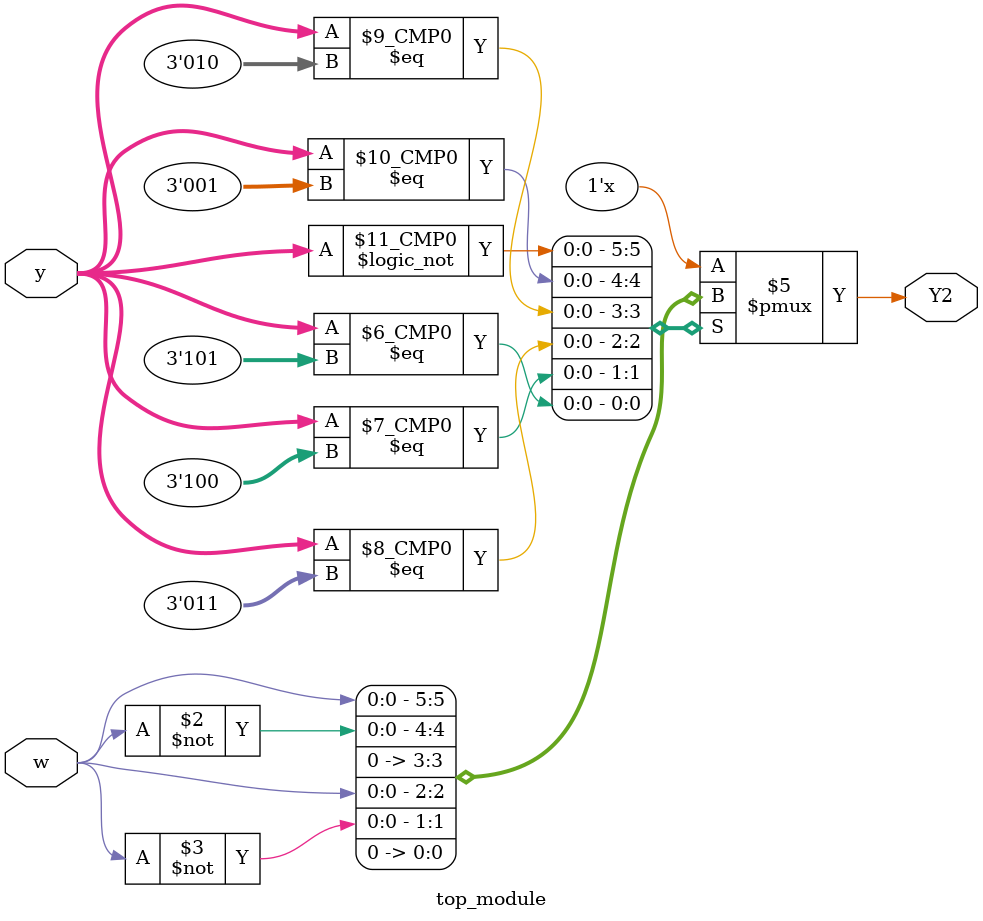
<source format=sv>
module top_module(
    input [3:1] y,
    input w,
    output reg Y2
);

always @(*) begin
    case (y)
        3'b000: Y2 = w;
        3'b001: Y2 = ~w;
        3'b010: Y2 = 1'b0;
        3'b011: Y2 = w;
        3'b100: Y2 = ~w;
        3'b101: Y2 = 1'b0;
        default: Y2 = 1'bx;
    endcase
end

endmodule

</source>
